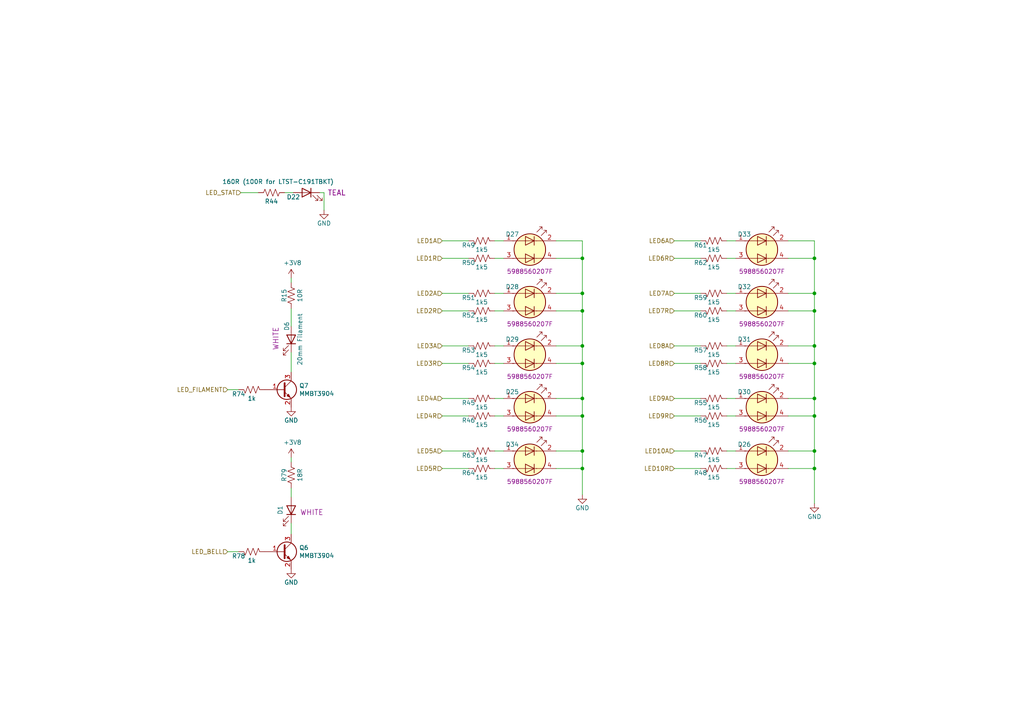
<source format=kicad_sch>
(kicad_sch (version 20211123) (generator eeschema)
  (paper "A4")
  (title_block (title "RCP STATUS LEDS"))
  (lib_symbols
    (symbol "Device:LED" (pin_numbers hide) (pin_names (offset 1.016) hide)
      (property "Reference" "D" (at 0 2.54 0))
      (property "Value" "LED" (at 0 -2.54 0))
      (symbol "LED_0_1"
        (polyline (pts (xy -1.27 -1.27) (xy -1.27 1.27)) (stroke (width 0.254)))
        (polyline (pts (xy -1.27 0) (xy 1.27 0)))
        (polyline (pts (xy 1.27 -1.27) (xy 1.27 1.27) (xy -1.27 0) (xy 1.27 -1.27)) (stroke (width 0.254)))
        (polyline (pts (xy -3.048 -0.762) (xy -4.572 -2.286) (xy -3.81 -2.286) (xy -4.572 -2.286) (xy -4.572 -1.524)))
        (polyline (pts (xy -1.778 -0.762) (xy -3.302 -2.286) (xy -2.54 -2.286) (xy -3.302 -2.286) (xy -3.302 -1.524)))
      )
      (symbol "LED_1_1"
        (pin passive line (at -3.81 0 0) (length 2.54) (name "K") (number "1"))
        (pin passive line (at 3.81 0 180) (length 2.54) (name "A") (number "2"))
      )
    )
    (symbol "Device:LED_Dual_ACAC" (pin_names (offset 0) hide)
      (property "Reference" "D" (at 0 5.715 0))
      (property "Value" "Device_LED_Dual_ACAC" (at 0 -6.35 0))
      (symbol "LED_Dual_ACAC_0_1"
        (polyline (pts (xy -5.08 -2.54) (xy 2.032 -2.54)))
        (polyline (pts (xy -5.08 2.54) (xy 2.032 2.54)))
        (polyline (pts (xy 1.27 -1.27) (xy 1.27 -3.81)) (stroke (width 0.2032)))
        (polyline (pts (xy 1.27 3.81) (xy 1.27 1.27)) (stroke (width 0.2032)))
        (polyline (pts (xy 3.81 -2.54) (xy 1.905 -2.54)))
        (polyline (pts (xy 3.81 2.54) (xy 1.905 2.54)))
        (polyline (pts (xy -1.27 -1.27) (xy -1.27 -3.81) (xy 1.27 -2.54) (xy -1.27 -1.27)) (stroke (width 0.2032)))
        (polyline (pts (xy -1.27 3.81) (xy -1.27 1.27) (xy 1.27 2.54) (xy -1.27 3.81)) (stroke (width 0.2032)))
        (polyline (pts (xy 2.032 5.08) (xy 3.556 6.604) (xy 2.794 6.604) (xy 3.556 6.604) (xy 3.556 5.842)))
        (polyline (pts (xy 3.302 4.064) (xy 4.826 5.588) (xy 4.064 5.588) (xy 4.826 5.588) (xy 4.826 4.826)))
        (circle (center 0 0) (radius 4.572) (stroke (width 0.254)) (fill (type background)))
      )
      (symbol "LED_Dual_ACAC_1_1"
        (pin input line (at -7.62 2.54 0) (length 3.048) (name "A1") (number "1"))
        (pin input line (at 7.62 2.54 180) (length 3.81) (name "K1") (number "2"))
        (pin input line (at -7.62 -2.54 0) (length 3.048) (name "A2") (number "3"))
        (pin input line (at 7.62 -2.54 180) (length 3.81) (name "K2") (number "4"))
      )
    )
    (symbol "Device:R_US" (pin_numbers hide) (pin_names (offset 0))
      (property "Reference" "R" (at 2.54 0 90))
      (property "Value" "R_US" (at -2.54 0 90))
      (symbol "R_US_0_1"
        (polyline (pts (xy 0 -2.286) (xy 0 -2.54)))
        (polyline (pts (xy 0 2.286) (xy 0 2.54)))
        (polyline (pts (xy 0 -0.762) (xy 1.016 -1.143) (xy 0 -1.524) (xy -1.016 -1.905) (xy 0 -2.286)))
        (polyline (pts (xy 0 0.762) (xy 1.016 0.381) (xy 0 0) (xy -1.016 -0.381) (xy 0 -0.762)))
        (polyline (pts (xy 0 2.286) (xy 1.016 1.905) (xy 0 1.524) (xy -1.016 1.143) (xy 0 0.762)))
      )
      (symbol "R_US_1_1"
        (pin passive line (at 0 3.81 270) (length 1.27) (name "~") (number "1"))
        (pin passive line (at 0 -3.81 90) (length 1.27) (name "~") (number "2"))
      )
    )
    (symbol "Transistor_BJT:MMBT3904" (pin_names (offset 0) hide)
      (property "Reference" "Q" (at 5.08 1.905 0))
      (property "Value" "MMBT3904" (at 5.08 0 0))
      (symbol "MMBT3904_0_1"
        (polyline (pts (xy 0.635 0.635) (xy 2.54 2.54)))
        (polyline (pts (xy 0.635 -0.635) (xy 2.54 -2.54) (xy 2.54 -2.54)))
        (polyline (pts (xy 0.635 1.905) (xy 0.635 -1.905) (xy 0.635 -1.905)) (stroke (width 0.508)))
        (polyline (pts (xy 1.27 -1.778) (xy 1.778 -1.27) (xy 2.286 -2.286) (xy 1.27 -1.778) (xy 1.27 -1.778)) (fill (type outline)))
        (circle (center 1.27 0) (radius 2.8194) (stroke (width 0.254)))
      )
      (symbol "MMBT3904_1_1"
        (pin input line (at -5.08 0 0) (length 5.715) (name "B") (number "1"))
        (pin passive line (at 2.54 -5.08 90) (length 2.54) (name "E") (number "2"))
        (pin passive line (at 2.54 5.08 270) (length 2.54) (name "C") (number "3"))
      )
    )
    (symbol "power:+3V8" (power) (pin_names (offset 0))
      (property "Value" "+3V8" (at 0 3.556 0))
      (symbol "+3V8_0_1"
        (polyline (pts (xy -0.762 1.27) (xy 0 2.54)))
        (polyline (pts (xy 0 0) (xy 0 2.54)))
        (polyline (pts (xy 0 2.54) (xy 0.762 1.27)))
      )
      (symbol "+3V8_1_1"
        (pin power_in line (at 0 0 90) (length 0) hide (name "+3V8") (number "1"))
      )
    )
    (symbol "power:GND" (power) (pin_names (offset 0))
      (property "Value" "GND" (at 0 -3.81 0))
      (symbol "GND_0_1"
        (polyline (pts (xy 0 0) (xy 0 -1.27) (xy 1.27 -1.27) (xy 0 -2.54) (xy -1.27 -1.27) (xy 0 -1.27)))
      )
      (symbol "GND_1_1"
        (pin power_in line (at 0 0 270) (length 0) hide (name "GND") (number "1"))
      )
    )
  )
  (junction (at 168.91 100.33))
  (junction (at 168.91 130.81))
  (junction (at 236.22 85.09))
  (junction (at 236.22 90.17))
  (junction (at 168.91 105.41))
  (junction (at 168.91 90.17))
  (junction (at 236.22 100.33))
  (junction (at 236.22 130.81))
  (junction (at 236.22 105.41))
  (junction (at 236.22 135.89))
  (junction (at 236.22 115.57))
  (junction (at 236.22 120.65))
  (junction (at 168.91 85.09))
  (junction (at 168.91 74.93))
  (junction (at 168.91 135.89))
  (junction (at 168.91 115.57))
  (junction (at 168.91 120.65))
  (junction (at 236.22 74.93))
  (wire (pts (xy 236.22 120.65) (xy 228.6 120.65)))
  (wire (pts (xy 195.58 85.09) (xy 203.2 85.09)))
  (wire (pts (xy 84.455 89.535) (xy 84.455 94.615)))
  (wire (pts (xy 228.6 130.81) (xy 236.22 130.81)))
  (wire (pts (xy 236.22 85.09) (xy 236.22 90.17)))
  (wire (pts (xy 161.29 115.57) (xy 168.91 115.57)))
  (wire (pts (xy 128.27 90.17) (xy 135.89 90.17)))
  (wire (pts (xy 168.91 120.65) (xy 168.91 130.81)))
  (wire (pts (xy 168.91 90.17) (xy 161.29 90.17)))
  (wire (pts (xy 143.51 130.81) (xy 146.05 130.81)))
  (wire (pts (xy 143.51 115.57) (xy 146.05 115.57)))
  (wire (pts (xy 84.455 102.235) (xy 84.455 107.95)))
  (wire (pts (xy 84.455 144.145) (xy 84.455 141.605)))
  (wire (pts (xy 213.36 105.41) (xy 210.82 105.41)))
  (wire (pts (xy 213.36 74.93) (xy 210.82 74.93)))
  (wire (pts (xy 128.27 135.89) (xy 135.89 135.89)))
  (wire (pts (xy 69.215 160.02) (xy 66.04 160.02)))
  (wire (pts (xy 210.82 69.85) (xy 213.36 69.85)))
  (wire (pts (xy 161.29 130.81) (xy 168.91 130.81)))
  (wire (pts (xy 168.91 74.93) (xy 161.29 74.93)))
  (wire (pts (xy 195.58 74.93) (xy 203.2 74.93)))
  (wire (pts (xy 168.91 85.09) (xy 168.91 90.17)))
  (wire (pts (xy 84.455 151.765) (xy 84.455 154.94)))
  (wire (pts (xy 168.91 143.51) (xy 168.91 135.89)))
  (wire (pts (xy 210.82 130.81) (xy 213.36 130.81)))
  (wire (pts (xy 168.91 90.17) (xy 168.91 100.33)))
  (wire (pts (xy 143.51 85.09) (xy 146.05 85.09)))
  (wire (pts (xy 236.22 135.89) (xy 236.22 146.05)))
  (wire (pts (xy 69.85 55.88) (xy 74.93 55.88)))
  (wire (pts (xy 84.455 80.645) (xy 84.455 81.915)))
  (wire (pts (xy 195.58 120.65) (xy 203.2 120.65)))
  (wire (pts (xy 228.6 100.33) (xy 236.22 100.33)))
  (wire (pts (xy 128.27 85.09) (xy 135.89 85.09)))
  (wire (pts (xy 168.91 74.93) (xy 168.91 85.09)))
  (wire (pts (xy 195.58 105.41) (xy 203.2 105.41)))
  (wire (pts (xy 195.58 90.17) (xy 203.2 90.17)))
  (wire (pts (xy 236.22 115.57) (xy 236.22 120.65)))
  (wire (pts (xy 195.58 135.89) (xy 203.2 135.89)))
  (wire (pts (xy 228.6 69.85) (xy 236.22 69.85)))
  (wire (pts (xy 195.58 130.81) (xy 203.2 130.81)))
  (wire (pts (xy 236.22 135.89) (xy 228.6 135.89)))
  (wire (pts (xy 82.55 55.88) (xy 85.09 55.88)))
  (wire (pts (xy 228.6 85.09) (xy 236.22 85.09)))
  (wire (pts (xy 93.98 55.88) (xy 93.98 60.96)))
  (wire (pts (xy 236.22 74.93) (xy 228.6 74.93)))
  (wire (pts (xy 195.58 115.57) (xy 203.2 115.57)))
  (wire (pts (xy 146.05 90.17) (xy 143.51 90.17)))
  (wire (pts (xy 236.22 120.65) (xy 236.22 130.81)))
  (wire (pts (xy 236.22 74.93) (xy 236.22 85.09)))
  (wire (pts (xy 168.91 69.85) (xy 168.91 74.93)))
  (wire (pts (xy 213.36 120.65) (xy 210.82 120.65)))
  (wire (pts (xy 213.36 135.89) (xy 210.82 135.89)))
  (wire (pts (xy 236.22 100.33) (xy 236.22 105.41)))
  (wire (pts (xy 128.27 100.33) (xy 135.89 100.33)))
  (wire (pts (xy 128.27 130.81) (xy 135.89 130.81)))
  (wire (pts (xy 236.22 69.85) (xy 236.22 74.93)))
  (wire (pts (xy 236.22 90.17) (xy 228.6 90.17)))
  (wire (pts (xy 168.91 100.33) (xy 168.91 105.41)))
  (wire (pts (xy 168.91 115.57) (xy 168.91 120.65)))
  (wire (pts (xy 213.36 90.17) (xy 210.82 90.17)))
  (wire (pts (xy 210.82 85.09) (xy 213.36 85.09)))
  (wire (pts (xy 228.6 115.57) (xy 236.22 115.57)))
  (wire (pts (xy 236.22 105.41) (xy 236.22 115.57)))
  (wire (pts (xy 128.27 120.65) (xy 135.89 120.65)))
  (wire (pts (xy 161.29 69.85) (xy 168.91 69.85)))
  (wire (pts (xy 195.58 69.85) (xy 203.2 69.85)))
  (wire (pts (xy 84.455 133.985) (xy 84.455 132.715)))
  (wire (pts (xy 143.51 100.33) (xy 146.05 100.33)))
  (wire (pts (xy 128.27 105.41) (xy 135.89 105.41)))
  (wire (pts (xy 236.22 90.17) (xy 236.22 100.33)))
  (wire (pts (xy 146.05 120.65) (xy 143.51 120.65)))
  (wire (pts (xy 210.82 115.57) (xy 213.36 115.57)))
  (wire (pts (xy 128.27 115.57) (xy 135.89 115.57)))
  (wire (pts (xy 143.51 69.85) (xy 146.05 69.85)))
  (wire (pts (xy 128.27 74.93) (xy 135.89 74.93)))
  (wire (pts (xy 168.91 135.89) (xy 161.29 135.89)))
  (wire (pts (xy 168.91 135.89) (xy 168.91 130.81)))
  (wire (pts (xy 69.215 113.03) (xy 66.04 113.03)))
  (wire (pts (xy 146.05 74.93) (xy 143.51 74.93)))
  (wire (pts (xy 168.91 105.41) (xy 168.91 115.57)))
  (wire (pts (xy 168.91 120.65) (xy 161.29 120.65)))
  (wire (pts (xy 146.05 135.89) (xy 143.51 135.89)))
  (wire (pts (xy 146.05 105.41) (xy 143.51 105.41)))
  (wire (pts (xy 161.29 100.33) (xy 168.91 100.33)))
  (wire (pts (xy 236.22 130.81) (xy 236.22 135.89)))
  (wire (pts (xy 236.22 105.41) (xy 228.6 105.41)))
  (wire (pts (xy 210.82 100.33) (xy 213.36 100.33)))
  (wire (pts (xy 168.91 105.41) (xy 161.29 105.41)))
  (wire (pts (xy 92.71 55.88) (xy 93.98 55.88)))
  (wire (pts (xy 161.29 85.09) (xy 168.91 85.09)))
  (wire (pts (xy 195.58 100.33) (xy 203.2 100.33)))
  (wire (pts (xy 128.27 69.85) (xy 135.89 69.85)))
  (hierarchical_label "LED6A" (shape input) (at 195.58 69.85 180))
  (hierarchical_label "LED1R" (shape input) (at 128.27 74.93 180))
  (hierarchical_label "LED1A" (shape input) (at 128.27 69.85 180))
  (hierarchical_label "LED8R" (shape input) (at 195.58 105.41 180))
  (hierarchical_label "LED_STAT" (shape input) (at 69.85 55.88 180))
  (hierarchical_label "LED2A" (shape input) (at 128.27 85.09 180))
  (hierarchical_label "LED_BELL" (shape input) (at 66.04 160.02 180))
  (hierarchical_label "LED9A" (shape input) (at 195.58 115.57 180))
  (hierarchical_label "LED10A" (shape input) (at 195.58 130.81 180))
  (hierarchical_label "LED5A" (shape input) (at 128.27 130.81 180))
  (hierarchical_label "LED5R" (shape input) (at 128.27 135.89 180))
  (hierarchical_label "LED3A" (shape input) (at 128.27 100.33 180))
  (hierarchical_label "LED7A" (shape input) (at 195.58 85.09 180))
  (hierarchical_label "LED6R" (shape input) (at 195.58 74.93 180))
  (hierarchical_label "LED10R" (shape input) (at 195.58 135.89 180))
  (hierarchical_label "LED8A" (shape input) (at 195.58 100.33 180))
  (hierarchical_label "LED3R" (shape input) (at 128.27 105.41 180))
  (hierarchical_label "LED2R" (shape input) (at 128.27 90.17 180))
  (hierarchical_label "LED4R" (shape input) (at 128.27 120.65 180))
  (hierarchical_label "LED_FILAMENT" (shape input) (at 66.04 113.03 180))
  (hierarchical_label "LED4A" (shape input) (at 128.27 115.57 180))
  (hierarchical_label "LED7R" (shape input) (at 195.58 90.17 180))
  (hierarchical_label "LED9R" (shape input) (at 195.58 120.65 180))
  (symbol (lib_id "Device:R_US") (at 139.7 115.57 270) (mirror x) (unit 1)
    (property "Reference" "R45" (at 135.89 116.84 90))
    (property "Value" "1k5" (at 139.7 118.11 90))
    (property "Footprint" "Resistor_SMD:R_0603_1608Metric" (effects hide))
    (property "Distrib. Name" "Digi-Key" (effects hide))
    (property "Distrib Part No." "A130092CT-ND" (effects hide))
  )
  (symbol (lib_id "Device:R_US") (at 139.7 120.65 270) (mirror x) (unit 1)
    (property "Reference" "R46" (at 135.89 121.92 90))
    (property "Value" "1k5" (at 139.7 123.19 90))
    (property "Footprint" "Resistor_SMD:R_0603_1608Metric" (effects hide))
    (property "Distrib. Name" "Digi-Key" (effects hide))
    (property "Distrib Part No." "A130092CT-ND" (effects hide))
  )
  (symbol (lib_id "Device:R_US") (at 207.01 130.81 270) (mirror x) (unit 1)
    (property "Reference" "R47" (at 203.2 132.08 90))
    (property "Value" "1k5" (at 207.01 133.35 90))
    (property "Footprint" "Resistor_SMD:R_0603_1608Metric" (effects hide))
    (property "Distrib. Name" "Digi-Key" (effects hide))
    (property "Distrib Part No." "A130092CT-ND" (effects hide))
  )
  (symbol (lib_id "Device:R_US") (at 207.01 135.89 270) (mirror x) (unit 1)
    (property "Reference" "R48" (at 203.2 137.16 90))
    (property "Value" "1k5" (at 207.01 138.43 90))
    (property "Footprint" "Resistor_SMD:R_0603_1608Metric" (effects hide))
    (property "Distrib. Name" "Digi-Key" (effects hide))
    (property "Distrib Part No." "A130092CT-ND" (effects hide))
  )
  (symbol (lib_id "Device:R_US") (at 139.7 69.85 270) (mirror x) (unit 1)
    (property "Reference" "R49" (at 135.89 71.12 90))
    (property "Value" "1k5" (at 139.7 72.39 90))
    (property "Footprint" "Resistor_SMD:R_0603_1608Metric" (effects hide))
    (property "Distrib. Name" "Digi-Key" (effects hide))
    (property "Distrib Part No." "A130092CT-ND" (effects hide))
  )
  (symbol (lib_id "Device:R_US") (at 139.7 74.93 270) (mirror x) (unit 1)
    (property "Reference" "R50" (at 135.89 76.2 90))
    (property "Value" "1k5" (at 139.7 77.47 90))
    (property "Footprint" "Resistor_SMD:R_0603_1608Metric" (effects hide))
    (property "Distrib. Name" "Digi-Key" (effects hide))
    (property "Distrib Part No." "A130092CT-ND" (effects hide))
  )
  (symbol (lib_id "Device:R_US") (at 139.7 85.09 270) (mirror x) (unit 1)
    (property "Reference" "R51" (at 135.89 86.36 90))
    (property "Value" "1k5" (at 139.7 87.63 90))
    (property "Footprint" "Resistor_SMD:R_0603_1608Metric" (effects hide))
    (property "Distrib. Name" "Digi-Key" (effects hide))
    (property "Distrib Part No." "A130092CT-ND" (effects hide))
  )
  (symbol (lib_id "Device:R_US") (at 139.7 90.17 270) (mirror x) (unit 1)
    (property "Reference" "R52" (at 135.89 91.44 90))
    (property "Value" "1k5" (at 139.7 92.71 90))
    (property "Footprint" "Resistor_SMD:R_0603_1608Metric" (effects hide))
    (property "Distrib. Name" "Digi-Key" (effects hide))
    (property "Distrib Part No." "A130092CT-ND" (effects hide))
  )
  (symbol (lib_id "Device:R_US") (at 139.7 100.33 270) (mirror x) (unit 1)
    (property "Reference" "R53" (at 135.89 101.6 90))
    (property "Value" "1k5" (at 139.7 102.87 90))
    (property "Footprint" "Resistor_SMD:R_0603_1608Metric" (effects hide))
    (property "Distrib. Name" "Digi-Key" (effects hide))
    (property "Distrib Part No." "A130092CT-ND" (effects hide))
  )
  (symbol (lib_id "Device:R_US") (at 139.7 105.41 270) (mirror x) (unit 1)
    (property "Reference" "R54" (at 135.89 106.68 90))
    (property "Value" "1k5" (at 139.7 107.95 90))
    (property "Footprint" "Resistor_SMD:R_0603_1608Metric" (effects hide))
    (property "Distrib. Name" "Digi-Key" (effects hide))
    (property "Distrib Part No." "A130092CT-ND" (effects hide))
  )
  (symbol (lib_id "power:GND") (at 168.91 143.51 0) (unit 1)
    (property "Reference" "#PWR0217" (effects hide))
    (property "Value" "GND" (at 168.91 147.32 0))
  )
  (symbol (lib_id "Device:R_US") (at 207.01 115.57 270) (mirror x) (unit 1)
    (property "Reference" "R55" (at 203.2 116.84 90))
    (property "Value" "1k5" (at 207.01 118.11 90))
    (property "Footprint" "Resistor_SMD:R_0603_1608Metric" (effects hide))
    (property "Distrib. Name" "Digi-Key" (effects hide))
    (property "Distrib Part No." "A130092CT-ND" (effects hide))
  )
  (symbol (lib_id "Device:R_US") (at 207.01 120.65 270) (mirror x) (unit 1)
    (property "Reference" "R56" (at 203.2 121.92 90))
    (property "Value" "1k5" (at 207.01 123.19 90))
    (property "Footprint" "Resistor_SMD:R_0603_1608Metric" (effects hide))
    (property "Distrib. Name" "Digi-Key" (effects hide))
    (property "Distrib Part No." "A130092CT-ND" (effects hide))
  )
  (symbol (lib_id "Device:R_US") (at 207.01 100.33 270) (mirror x) (unit 1)
    (property "Reference" "R57" (at 203.2 101.6 90))
    (property "Value" "1k5" (at 207.01 102.87 90))
    (property "Footprint" "Resistor_SMD:R_0603_1608Metric" (effects hide))
    (property "Distrib. Name" "Digi-Key" (effects hide))
    (property "Distrib Part No." "A130092CT-ND" (effects hide))
  )
  (symbol (lib_id "Device:R_US") (at 207.01 105.41 270) (mirror x) (unit 1)
    (property "Reference" "R58" (at 203.2 106.68 90))
    (property "Value" "1k5" (at 207.01 107.95 90))
    (property "Footprint" "Resistor_SMD:R_0603_1608Metric" (effects hide))
    (property "Distrib. Name" "Digi-Key" (effects hide))
    (property "Distrib Part No." "A130092CT-ND" (effects hide))
  )
  (symbol (lib_id "Device:R_US") (at 207.01 85.09 270) (mirror x) (unit 1)
    (property "Reference" "R59" (at 203.2 86.36 90))
    (property "Value" "1k5" (at 207.01 87.63 90))
    (property "Footprint" "Resistor_SMD:R_0603_1608Metric" (effects hide))
    (property "Distrib. Name" "Digi-Key" (effects hide))
    (property "Distrib Part No." "A130092CT-ND" (effects hide))
  )
  (symbol (lib_id "Device:R_US") (at 207.01 90.17 270) (mirror x) (unit 1)
    (property "Reference" "R60" (at 203.2 91.44 90))
    (property "Value" "1k5" (at 207.01 92.71 90))
    (property "Footprint" "Resistor_SMD:R_0603_1608Metric" (effects hide))
    (property "Distrib. Name" "Digi-Key" (effects hide))
    (property "Distrib Part No." "A130092CT-ND" (effects hide))
  )
  (symbol (lib_id "Device:R_US") (at 207.01 69.85 270) (mirror x) (unit 1)
    (property "Reference" "R61" (at 203.2 71.12 90))
    (property "Value" "1k5" (at 207.01 72.39 90))
    (property "Footprint" "Resistor_SMD:R_0603_1608Metric" (effects hide))
    (property "Distrib. Name" "Digi-Key" (effects hide))
    (property "Distrib Part No." "A130092CT-ND" (effects hide))
  )
  (symbol (lib_id "Device:R_US") (at 207.01 74.93 270) (mirror x) (unit 1)
    (property "Reference" "R62" (at 203.2 76.2 90))
    (property "Value" "1k5" (at 207.01 77.47 90))
    (property "Footprint" "Resistor_SMD:R_0603_1608Metric" (effects hide))
    (property "Distrib. Name" "Digi-Key" (effects hide))
    (property "Distrib Part No." "A130092CT-ND" (effects hide))
  )
  (symbol (lib_id "Device:R_US") (at 139.7 130.81 270) (mirror x) (unit 1)
    (property "Reference" "R63" (at 135.89 132.08 90))
    (property "Value" "1k5" (at 139.7 133.35 90))
    (property "Footprint" "Resistor_SMD:R_0603_1608Metric" (effects hide))
    (property "Distrib. Name" "Digi-Key" (effects hide))
    (property "Distrib Part No." "A130092CT-ND" (effects hide))
  )
  (symbol (lib_id "Device:R_US") (at 139.7 135.89 270) (mirror x) (unit 1)
    (property "Reference" "R64" (at 135.89 137.16 90))
    (property "Value" "1k5" (at 139.7 138.43 90))
    (property "Footprint" "Resistor_SMD:R_0603_1608Metric" (effects hide))
    (property "Distrib. Name" "Digi-Key" (effects hide))
    (property "Distrib Part No." "A130092CT-ND" (effects hide))
  )
  (symbol (lib_id "power:GND") (at 236.22 146.05 0) (unit 1)
    (property "Reference" "#PWR0218" (effects hide))
    (property "Value" "GND" (at 236.22 149.86 0))
  )
  (symbol (lib_id "Device:R_US") (at 78.74 55.88 270) (unit 1)
    (property "Reference" "R44" (at 78.74 58.42 90))
    (property "Value" "160R (100R for LTST-C191TBKT)" (at 80.645 52.705 90))
    (property "Footprint" "Resistor_SMD:R_0603_1608Metric" (effects hide))
  )
  (symbol (lib_id "power:GND") (at 93.98 60.96 0) (unit 1)
    (property "Reference" "#PWR0216" (effects hide))
    (property "Value" "GND" (at 93.98 64.77 0))
  )
  (symbol (lib_id "Device:LED") (at 88.9 55.88 0) (mirror y) (unit 1)
    (property "Reference" "D22" (at 85.09 57.15 0))
    (property "Value" "Status LED" (effects hide))
    (property "Footprint" "LED_SMD:LED_0603_1608Metric_Castellated" (effects hide))
    (property "Mfg. Name" "Rohm" (effects hide))
    (property "Mfg. Part No." "SMLE13EC8TT86" (effects hide))
    (property "Color" "TEAL" (at 100.33 55.88 0) (effects (font (size 1.524 1.524)) (justify left)))
    (property "Alt. Part No." " LTST-C191TBKT" (effects hide))
  )
  (symbol (lib_id "Device:LED_Dual_ACAC") (at 153.67 118.11 0) (unit 1)
    (property "Reference" "D25" (at 148.59 113.665 0))
    (property "Value" "Red/Yellow Bar Meter LED" (effects hide))
    (property "Footprint" "MyFootprints:LED_Dialight_5988560207F" (effects hide))
    (property "Datasheet" "http://www.dialightsignalsandcomponents.com/Assets/Brochures_And_Catalogs/Indication/CBI_SMD_new/Dialight_CBI_data_598-biRA_Apr2018.pdf" (effects hide))
    (property "Mfg. Name" "Dialight" (effects hide))
    (property "Mfg. Part No." "5988560207F" (at 153.67 124.46 0))
  )
  (symbol (lib_id "Transistor_BJT:MMBT3904") (at 81.915 113.03 0) (unit 1)
    (property "Reference" "Q7" (at 86.7664 111.8616 0) (effects (justify left)))
    (property "Value" "MMBT3904" (at 86.7664 114.173 0) (effects (justify left)))
    (property "Footprint" "Package_TO_SOT_SMD:SOT-23" (effects hide))
    (property "Datasheet" "https://www.fairchildsemi.com/datasheets/2N/2N3904.pdf" (effects hide))
    (property "Mfg. Name" "Fairchild" (effects hide))
    (property "Mfg. Part No." "MMBT3904" (effects hide))
  )
  (symbol (lib_id "Device:R_US") (at 73.025 113.03 270) (mirror x) (unit 1)
    (property "Reference" "R74" (at 69.215 114.3 90))
    (property "Value" "1k" (at 73.025 115.57 90))
    (property "Footprint" "Resistor_SMD:R_0603_1608Metric" (effects hide))
  )
  (symbol (lib_id "power:GND") (at 84.455 118.11 0) (unit 1)
    (property "Reference" "#PWR0189" (effects hide))
    (property "Value" "GND" (at 84.455 121.92 0))
  )
  (symbol (lib_id "power:+3V8") (at 84.455 80.645 0) (unit 1)
    (property "Reference" "#PWR0190" (effects hide))
    (property "Value" "+3V8" (at 84.836 76.2508 0))
  )
  (symbol (lib_id "Device:R_US") (at 84.455 85.725 180) (unit 1)
    (property "Reference" "R15" (at 82.423 85.725 90))
    (property "Value" "10R" (at 86.995 85.725 90))
    (property "Footprint" "Resistor_SMD:R_0603_1608Metric" (effects hide))
    (property "Mfg. Name" "Panasonic" (effects hide))
    (property "Mfg. Part No." "ERJ-3GEYJ100V" (effects hide))
  )
  (symbol (lib_id "Transistor_BJT:MMBT3904") (at 81.915 160.02 0) (unit 1)
    (property "Reference" "Q6" (at 86.7664 158.8516 0) (effects (justify left)))
    (property "Value" "MMBT3904" (at 86.7664 161.163 0) (effects (justify left)))
    (property "Footprint" "Package_TO_SOT_SMD:SOT-23" (effects hide))
    (property "Datasheet" "https://www.fairchildsemi.com/datasheets/2N/2N3904.pdf" (effects hide))
    (property "Mfg. Name" "Fairchild" (effects hide))
    (property "Mfg. Part No." "MMBT3904" (effects hide))
  )
  (symbol (lib_id "Device:R_US") (at 73.025 160.02 270) (mirror x) (unit 1)
    (property "Reference" "R78" (at 69.215 161.29 90))
    (property "Value" "1k" (at 73.025 162.56 90))
    (property "Footprint" "Resistor_SMD:R_0603_1608Metric" (effects hide))
  )
  (symbol (lib_id "power:GND") (at 84.455 165.1 0) (unit 1)
    (property "Reference" "#PWR0244" (effects hide))
    (property "Value" "GND" (at 84.455 168.91 0))
  )
  (symbol (lib_id "Device:LED") (at 84.455 147.955 270) (mirror x) (unit 1)
    (property "Reference" "D1" (at 81.28 147.955 0))
    (property "Value" "White Bell LED" (effects hide))
    (property "Footprint" "MyFootprints:Osram_1212" (effects hide))
    (property "Mfg. Name" "Osram" (effects hide))
    (property "Mfg. Part No." "KW DSLP31.CC-GXHX-4J8K-Z444-60-R18" (effects hide))
    (property "Color" "WHITE" (at 86.995 148.59 90) (effects (font (size 1.524 1.524)) (justify left)))
  )
  (symbol (lib_id "Device:R_US") (at 84.455 137.795 180) (unit 1)
    (property "Reference" "R79" (at 82.423 137.795 90))
    (property "Value" "18R" (at 86.995 137.795 90))
    (property "Footprint" "Resistor_SMD:R_0603_1608Metric" (effects hide))
  )
  (symbol (lib_id "power:+3V8") (at 84.455 132.715 0) (unit 1)
    (property "Reference" "#PWR0245" (effects hide))
    (property "Value" "+3V8" (at 84.836 128.3208 0))
  )
  (symbol (lib_id "Device:LED_Dual_ACAC") (at 220.98 72.39 0) (unit 1)
    (property "Reference" "D33" (at 215.9 67.945 0))
    (property "Value" "Red/Yellow Bar Meter LED" (effects hide))
    (property "Footprint" "MyFootprints:LED_Dialight_5988560207F" (effects hide))
    (property "Datasheet" "http://www.dialightsignalsandcomponents.com/Assets/Brochures_And_Catalogs/Indication/CBI_SMD_new/Dialight_CBI_data_598-biRA_Apr2018.pdf" (effects hide))
    (property "Mfg. Name" "Dialight" (effects hide))
    (property "Mfg. Part No." "5988560207F" (at 220.98 78.74 0))
  )
  (symbol (lib_id "Device:LED_Dual_ACAC") (at 153.67 87.63 0) (unit 1)
    (property "Reference" "D28" (at 148.59 83.185 0))
    (property "Value" "Red/Yellow Bar Meter LED" (effects hide))
    (property "Footprint" "MyFootprints:LED_Dialight_5988560207F" (effects hide))
    (property "Datasheet" "http://www.dialightsignalsandcomponents.com/Assets/Brochures_And_Catalogs/Indication/CBI_SMD_new/Dialight_CBI_data_598-biRA_Apr2018.pdf" (effects hide))
    (property "Mfg. Name" "Dialight" (effects hide))
    (property "Mfg. Part No." "5988560207F" (at 153.67 93.98 0))
  )
  (symbol (lib_id "Device:LED_Dual_ACAC") (at 220.98 133.35 0) (unit 1)
    (property "Reference" "D26" (at 215.9 128.905 0))
    (property "Value" "Red/Yellow Bar Meter LED" (effects hide))
    (property "Footprint" "MyFootprints:LED_Dialight_5988560207F" (effects hide))
    (property "Datasheet" "http://www.dialightsignalsandcomponents.com/Assets/Brochures_And_Catalogs/Indication/CBI_SMD_new/Dialight_CBI_data_598-biRA_Apr2018.pdf" (effects hide))
    (property "Mfg. Name" "Dialight" (effects hide))
    (property "Mfg. Part No." "5988560207F" (at 220.98 139.7 0))
  )
  (symbol (lib_id "Device:LED_Dual_ACAC") (at 220.98 87.63 0) (unit 1)
    (property "Reference" "D32" (at 215.9 83.185 0))
    (property "Value" "Red/Yellow Bar Meter LED" (effects hide))
    (property "Footprint" "MyFootprints:LED_Dialight_5988560207F" (effects hide))
    (property "Datasheet" "http://www.dialightsignalsandcomponents.com/Assets/Brochures_And_Catalogs/Indication/CBI_SMD_new/Dialight_CBI_data_598-biRA_Apr2018.pdf" (effects hide))
    (property "Mfg. Name" "Dialight" (effects hide))
    (property "Mfg. Part No." "5988560207F" (at 220.98 93.98 0))
  )
  (symbol (lib_id "Device:LED") (at 84.455 98.425 270) (mirror x) (unit 1)
    (property "Reference" "D6" (at 83.185 94.615 0))
    (property "Value" "20mm Filament" (at 86.995 98.425 0))
    (property "Footprint" "MyFootprints:FilamentLED_20mm" (effects hide))
    (property "Color" "WHITE" (at 80.01 101.6 0) (effects (font (size 1.524 1.524)) (justify left)))
  )
  (symbol (lib_id "Device:LED_Dual_ACAC") (at 153.67 72.39 0) (unit 1)
    (property "Reference" "D27" (at 148.59 67.945 0))
    (property "Value" "Red/Yellow Bar Meter LED" (effects hide))
    (property "Footprint" "MyFootprints:LED_Dialight_5988560207F" (effects hide))
    (property "Datasheet" "http://www.dialightsignalsandcomponents.com/Assets/Brochures_And_Catalogs/Indication/CBI_SMD_new/Dialight_CBI_data_598-biRA_Apr2018.pdf" (effects hide))
    (property "Mfg. Name" "Dialight" (effects hide))
    (property "Mfg. Part No." "5988560207F" (at 153.67 78.74 0))
  )
  (symbol (lib_id "Device:LED_Dual_ACAC") (at 220.98 118.11 0) (unit 1)
    (property "Reference" "D30" (at 215.9 113.665 0))
    (property "Value" "Red/Yellow Bar Meter LED" (effects hide))
    (property "Footprint" "MyFootprints:LED_Dialight_5988560207F" (effects hide))
    (property "Datasheet" "http://www.dialightsignalsandcomponents.com/Assets/Brochures_And_Catalogs/Indication/CBI_SMD_new/Dialight_CBI_data_598-biRA_Apr2018.pdf" (effects hide))
    (property "Mfg. Name" "Dialight" (effects hide))
    (property "Mfg. Part No." "5988560207F" (at 220.98 124.46 0))
  )
  (symbol (lib_id "Device:LED_Dual_ACAC") (at 220.98 102.87 0) (unit 1)
    (property "Reference" "D31" (at 215.9 98.425 0))
    (property "Value" "Red/Yellow Bar Meter LED" (effects hide))
    (property "Footprint" "MyFootprints:LED_Dialight_5988560207F" (effects hide))
    (property "Datasheet" "http://www.dialightsignalsandcomponents.com/Assets/Brochures_And_Catalogs/Indication/CBI_SMD_new/Dialight_CBI_data_598-biRA_Apr2018.pdf" (effects hide))
    (property "Mfg. Name" "Dialight" (effects hide))
    (property "Mfg. Part No." "5988560207F" (at 220.98 109.22 0))
  )
  (symbol (lib_id "Device:LED_Dual_ACAC") (at 153.67 102.87 0) (unit 1)
    (property "Reference" "D29" (at 148.59 98.425 0))
    (property "Value" "Red/Yellow Bar Meter LED" (effects hide))
    (property "Footprint" "MyFootprints:LED_Dialight_5988560207F" (effects hide))
    (property "Datasheet" "http://www.dialightsignalsandcomponents.com/Assets/Brochures_And_Catalogs/Indication/CBI_SMD_new/Dialight_CBI_data_598-biRA_Apr2018.pdf" (effects hide))
    (property "Mfg. Name" "Dialight" (effects hide))
    (property "Mfg. Part No." "5988560207F" (at 153.67 109.22 0))
  )
  (symbol (lib_id "Device:LED_Dual_ACAC") (at 153.67 133.35 0) (unit 1)
    (property "Reference" "D34" (at 148.59 128.905 0))
    (property "Value" "Red/Yellow Bar Meter LED" (effects hide))
    (property "Footprint" "MyFootprints:LED_Dialight_5988560207F" (effects hide))
    (property "Datasheet" "http://www.dialightsignalsandcomponents.com/Assets/Brochures_And_Catalogs/Indication/CBI_SMD_new/Dialight_CBI_data_598-biRA_Apr2018.pdf" (effects hide))
    (property "Mfg. Name" "Dialight" (effects hide))
    (property "Mfg. Part No." "5988560207F" (at 153.67 139.7 0))
  )
)
</source>
